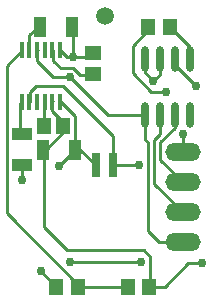
<source format=gbr>
%TF.GenerationSoftware,Altium Limited,Altium Designer,18.1.9 (240)*%
G04 Layer_Physical_Order=2*
G04 Layer_Color=16711680*
%FSLAX45Y45*%
%MOMM*%
%TF.FileFunction,Copper,L2,Bot,Signal*%
%TF.Part,Single*%
G01*
G75*
%TA.AperFunction,Conductor*%
%ADD12C,0.25400*%
%TA.AperFunction,ViaPad*%
%ADD14C,0.75000*%
%ADD15C,1.50000*%
%TA.AperFunction,SMDPad,CuDef*%
%ADD16O,3.00000X1.52400*%
%ADD17R,1.20000X1.40000*%
%ADD18R,1.40000X1.20000*%
%ADD19R,1.10000X1.70000*%
%ADD20R,1.70000X1.10000*%
%ADD21R,0.43180X1.39700*%
%ADD22R,0.70000X2.10000*%
%ADD23O,0.60000X2.20000*%
D12*
X1227000Y1518000D02*
Y1720000D01*
Y1518000D02*
X1257960Y1487040D01*
Y740460D02*
Y1487040D01*
Y740460D02*
X1352260Y646160D01*
X1359560Y1342260D02*
X1547660Y1154160D01*
X1359560Y1342260D02*
Y1492060D01*
X1308760Y1139060D02*
Y1513102D01*
X967563Y1295063D02*
X1180058D01*
X967500Y1295000D02*
X967563Y1295063D01*
X635600Y1430000D02*
Y1715782D01*
X915000Y1720000D02*
X1227000D01*
X592500Y2042500D02*
X915000Y1720000D01*
X622660Y2210000D02*
Y2468800D01*
X1227000Y2083000D02*
Y2200000D01*
Y2083000D02*
X1300000Y2010000D01*
X1354000Y2064000D01*
Y2200000D01*
X1283086Y1920000D02*
X1407500D01*
X1127500Y2075586D02*
Y2310000D01*
Y2075586D02*
X1283086Y1920000D01*
X251140Y1831720D02*
X254950Y1835530D01*
Y1917352D01*
X305098Y1967500D01*
X537500D01*
X962500Y1542500D01*
Y1300000D02*
Y1542500D01*
X635600Y1430000D02*
X637500D01*
X519662Y1831720D02*
X635600Y1715782D01*
X510220Y1831720D02*
X519662D01*
X455000Y2042500D02*
X592500D01*
X623814Y2118100D02*
X681915Y2060000D01*
X782260D01*
X515398Y2118100D02*
X623814D01*
X450530Y2182968D02*
X515398Y2118100D01*
X314640Y2182860D02*
X455000Y2042500D01*
X174400Y1575700D02*
Y1821020D01*
Y1575700D02*
X185100Y1565000D01*
X174400Y1821020D02*
X185100Y1831720D01*
X57500Y890000D02*
Y2141000D01*
X1592581Y465080D02*
X1712580D01*
X1267500Y270000D02*
X1273260Y275760D01*
Y524060D01*
X1222160Y575160D02*
X1273260Y524060D01*
X372500Y1430000D02*
Y1490000D01*
Y775320D02*
Y1430000D01*
X572660Y575160D02*
X1222160D01*
X372500Y775320D02*
X572660Y575160D01*
X1397500Y270000D02*
X1592581Y465080D01*
X622660Y2210000D02*
X752260D01*
X787500Y2245240D01*
X782260Y2060000D02*
X787500Y2065240D01*
X350000Y400000D02*
Y404687D01*
Y400000D02*
X480000Y270000D01*
X637500Y1430000D02*
X682500D01*
X812500Y1300000D01*
X962500D02*
X967500Y1295000D01*
X1267500Y270000D02*
X1397500D01*
X57500Y890000D02*
X677500Y270000D01*
X1608000Y2200000D02*
Y2299500D01*
X1437500Y2470000D02*
X1608000Y2299500D01*
X1127500Y2310000D02*
X1272580Y2455080D01*
X568820Y2210000D02*
X622660D01*
X510220Y2268600D02*
X568820Y2210000D01*
X1477500Y2150000D02*
X1657500Y1970000D01*
X1658760D01*
X314640Y2182860D02*
Y2268600D01*
X320990Y2274950D01*
X251140Y2268600D02*
Y2400460D01*
X320835Y2470155D01*
X1354000Y1558342D02*
Y1720000D01*
X1308760Y1513102D02*
X1354000Y1558342D01*
X1308760Y1139060D02*
X1547660Y900160D01*
X1547500Y1408320D02*
Y1560000D01*
X1481000Y1613500D02*
Y1720000D01*
X1359560Y1492060D02*
X1481000Y1613500D01*
X1547500Y1408320D02*
X1547660Y1408160D01*
X1597500Y1458000D01*
X377500Y1828540D02*
X380680Y1831720D01*
X377500Y1630000D02*
Y1828540D01*
X537500Y1580000D02*
Y1630000D01*
Y1659119D01*
X444180Y1752438D02*
Y1831720D01*
Y1752438D02*
X537500Y1659119D01*
X372500Y1430000D02*
X387500D01*
X367500D02*
X372500D01*
X387500D02*
X537500Y1580000D01*
X450530Y2182968D02*
Y2268600D01*
X444180Y1831720D02*
X450530Y1838070D01*
X444180Y2268600D02*
X450530D01*
X505000Y1287500D02*
X640000Y1422500D01*
X57500Y2141000D02*
X185100Y2268600D01*
X677500Y270000D02*
X1087500D01*
X185100Y1180100D02*
Y1295000D01*
X250000Y1830580D02*
X251140Y1831720D01*
X510220D02*
Y1862720D01*
X1352260Y646160D02*
X1547660D01*
X594180Y475160D02*
X1197660D01*
D14*
X1180058Y1295063D02*
D03*
X1300000Y2010000D02*
D03*
X592500Y2042500D02*
D03*
X1712580Y465080D02*
D03*
X350000Y404687D02*
D03*
X622660Y2210000D02*
D03*
X1658760Y1970000D02*
D03*
X1407500Y1920000D02*
D03*
X1547500Y1560000D02*
D03*
X505000Y1287500D02*
D03*
X185000Y1172500D02*
D03*
X1197660Y475160D02*
D03*
X594180D02*
D03*
D15*
X887500Y2560000D02*
D03*
D16*
X1547660Y1408160D02*
D03*
Y1154160D02*
D03*
Y900160D02*
D03*
Y646160D02*
D03*
D17*
X1437500Y2470000D02*
D03*
X1257500D02*
D03*
X1087500Y270000D02*
D03*
X1267500D02*
D03*
X480000D02*
D03*
X660000D02*
D03*
X537500Y1630000D02*
D03*
X377500D02*
D03*
D18*
X787500Y2245240D02*
D03*
Y2065240D02*
D03*
D19*
X615000Y2468800D02*
D03*
X345000D02*
D03*
X367500Y1430000D02*
D03*
X637500D02*
D03*
D20*
X185100Y1565000D02*
D03*
Y1295000D02*
D03*
D21*
Y1831720D02*
D03*
X251140D02*
D03*
X314640D02*
D03*
X380680D02*
D03*
X444180D02*
D03*
X510220D02*
D03*
Y2268600D02*
D03*
X444180D02*
D03*
X380680D02*
D03*
X314640D02*
D03*
X251140D02*
D03*
X185100D02*
D03*
D22*
X812500Y1300000D02*
D03*
X962500D02*
D03*
D23*
X1227000Y2200000D02*
D03*
X1354000D02*
D03*
X1481000D02*
D03*
X1608000D02*
D03*
X1227000Y1720000D02*
D03*
X1354000D02*
D03*
X1481000D02*
D03*
X1608000D02*
D03*
%TF.MD5,1e74e779e862d0fd7d050f778e797f0d*%
M02*

</source>
